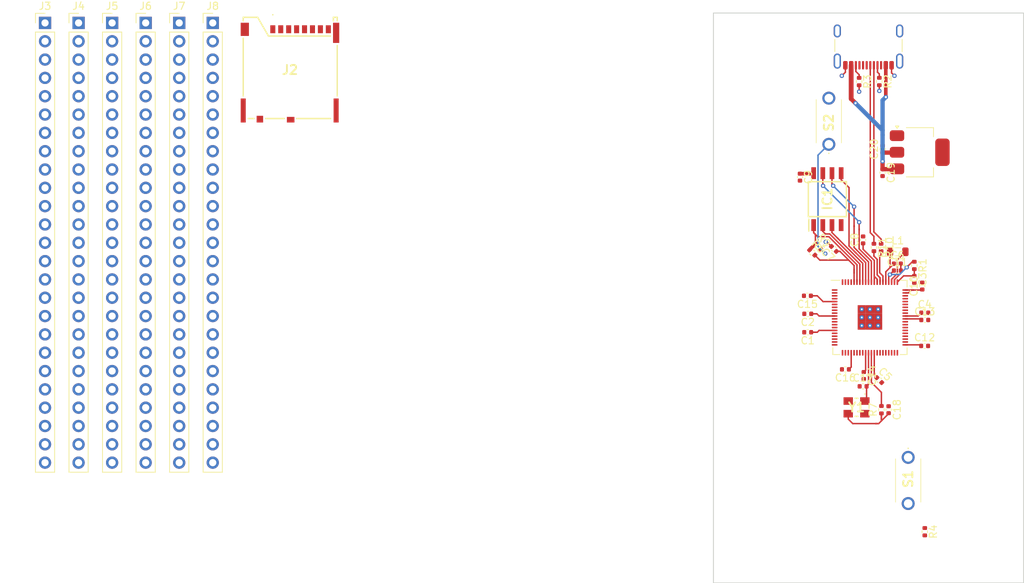
<source format=kicad_pcb>
(kicad_pcb (version 20240108) (generator "pcbnew") (generator_version "8.0")
  (layers (0 "F.Cu" signal) (31 "B.Cu" signal) (34 "B.Paste" user) (35 "F.Paste" user) (36 "B.SilkS" user "B.Silkscreen") (37 "F.SilkS" user "F.Silkscreen") (38 "B.Mask" user) (39 "F.Mask" user) (44 "Edge.Cuts" user))
  (net 0 "")
  (net 1 "VREG_PGND")
  (net 2 "IOVDD")
  (net 3 "Net-(J1-CC2)")
  (net 4 "USB_D-")
  (net 6 "USB_D+")
  (net 8 "Net-(J1-CC1)")
  (net 9 "DVDD")
  (net 10 "VREG_AVDD")
  (net 11 "QSPI_SD0")
  (net 12 "QSPI_SD2")
  (net 13 "QSPI_SCLK")
  (net 14 "QSPI_SD3")
  (net 15 "QSPI_SD1")
  (net 16 "XIN")
  (net 17 "Net-(C18-Pad2)")
  (net 18 "GPIO0")
  (net 19 "Net-(J1-D+-PadA6)")
  (net 20 "Net-(J1-D--PadA7)")
  (net 22 "SWCLK")
  (net 23 "SWD")
  (net 25 "GPIO43")
  (net 26 "GPIO47")
  (net 27 "GPIO25")
  (net 28 "GPIO44")
  (net 29 "GPIO36")
  (net 30 "GPIO22")
  (net 31 "GPIO18")
  (net 32 "GPIO16")
  (net 33 "GPIO7")
  (net 34 "GPIO37")
  (net 35 "GPIO14")
  (net 36 "GPIO41")
  (net 37 "GPIO3")
  (net 38 "GPIO21")
  (net 39 "GPIO2")
  (net 40 "GPIO29")
  (net 41 "GPIO10")
  (net 42 "GPIO15")
  (net 43 "GPIO40")
  (net 44 "GPIO9")
  (net 45 "GPIO42")
  (net 46 "GPIO46")
  (net 47 "GPIO45")
  (net 48 "GPIO5")
  (net 49 "GPIO11")
  (net 50 "GPIO34")
  (net 51 "GPIO8")
  (net 52 "GPIO13")
  (net 53 "GPIO24")
  (net 54 "GPIO31")
  (net 55 "GPIO1")
  (net 56 "GPIO32")
  (net 57 "GPIO17")
  (net 58 "GPIO28")
  (net 59 "GPIO33")
  (net 60 "GPIO19")
  (net 61 "GPIO30")
  (net 62 "GPIO35")
  (net 63 "GPIO27")
  (net 64 "GPIO6")
  (net 65 "GPIO38")
  (net 66 "GPIO23")
  (net 67 "GPIO20")
  (net 68 "GPIO12")
  (net 69 "GPIO4")
  (net 70 "GPIO26")
  (net 71 "GPIO39")
  (net 72 "VBUS")
  (net 73 "Net-(S1-NO)")
  (net 75 "RUN")
  (net 87 "VREG_LX")
  (net 88 "XOUT")
  (net 89 "Net-(S2-COM)")
  (footprint "Connector_PinHeader_2.54mm:PinHeader_1x25_P2.54mm_Vertical" (layer "F.Cu") (at 130.64 72.87)
    (property "Reference" "J5")
    (property "Value" "Conn_01x25_Pin")
  )
  (footprint "PTS636_SM43_LFS:PTS636SM43LFS" (layer "F.Cu") (at 230 89.7 90)
    (property "Reference" "S2")
    (property "Value" "PTS636_SM43_LFS" (hide yes))
  )
  (footprint "Resistor_SMD:R_0402_1005Metric" (layer "F.Cu") (at 243.305 143.405 -90)
    (property "Reference" "R4")
    (property "Value" "1K" (hide yes))
  )
  (footprint "Connector_PinHeader_2.54mm:PinHeader_1x25_P2.54mm_Vertical" (layer "F.Cu") (at 125.99 72.87)
    (property "Reference" "J4")
    (property "Value" "Conn_01x25_Pin")
  )
  (footprint "Capacitor_SMD:C_0402_1005Metric" (layer "F.Cu") (at 242.95 109.35 90)
    (property "Reference" "C10")
    (property "Value" "100n" (hide yes))
  )
  (footprint "Connector_USB:USB_C_Receptacle_GCT_USB4105-xx-A_16P_TopMnt_Horizontal" (layer "F.Cu") (at 235.4961 75.057 180)
    (property "Reference" "J1" (hide yes))
    (property "Value" "USB_C_Receptacle_USB2.0_16P" (hide yes))
  )
  (footprint "Resistor_SMD:R_0402_1005Metric" (layer "F.Cu") (at 237.25 104 -90)
    (property "Reference" "R10")
    (property "Value" "27" (hide yes))
  )
  (footprint "Resistor_SMD:R_0402_1005Metric" (layer "F.Cu") (at 241.85 106.49 -90)
    (property "Reference" "R1")
    (property "Value" "33" (hide yes))
  )
  (footprint "Capacitor_SMD:C_0402_1005Metric" (layer "F.Cu") (at 227.08 113.2 180)
    (property "Reference" "C2")
    (property "Value" "4.7u" (hide yes))
  )
  (footprint "Capacitor_SMD:C_0402_1005Metric" (layer "F.Cu") (at 234.75 123.25)
    (property "Reference" "C17")
    (property "Value" "15p" (hide yes))
  )
  (footprint "Resistor_SMD:R_0402_1005Metric" (layer "F.Cu") (at 237.289411 126.489411 90)
    (property "Reference" "R7")
    (property "Value" "1K" (hide yes))
  )
  (footprint "Connector_PinHeader_2.54mm:PinHeader_1x25_P2.54mm_Vertical" (layer "F.Cu") (at 135.29 72.87)
    (property "Reference" "J6")
    (property "Value" "Conn_01x25_Pin")
  )
  (footprint "Capacitor_SMD:C_0402_1005Metric" (layer "F.Cu") (at 226 94.25 -90)
    (property "Reference" "C9")
    (property "Value" "100n" (hide yes))
  )
  (footprint "RP2350B:RP2350-QFN-80-1EP_10x10_P0.4mm_EP3.4x3.4mm_ThermalVias" (layer "F.Cu") (at 235.7 113.7)
    (property "Reference" "U1" (hide yes))
    (property "Value" "RP2350_80QFN" (hide yes))
  )
  (footprint "Resistor_SMD:R_0402_1005Metric" (layer "F.Cu") (at 237 80.99 -90)
    (property "Reference" "R2")
    (property "Value" "5.1K" (hide yes))
  )
  (footprint "MEM2080-00-128-00-A:MEM20800012800A" (layer "F.Cu") (at 155.295 79.385)
    (property "Reference" "J2")
    (property "Value" "MEM2080-00-128-00-A" (hide yes))
  )
  (footprint "ABM8-272-T3:ABM8272T3" (layer "F.Cu") (at 233.839411 126.164411 180)
    (property "Reference" "Y1")
    (property "Value" "ABM8-272-T3" (hide yes))
  )
  (footprint "Capacitor_SMD:C_0402_1005Metric" (layer "F.Cu") (at 243.28 117.65)
    (property "Reference" "C12")
    (property "Value" "100n" (hide yes))
  )
  (footprint "Capacitor_SMD:C_0402_1005Metric" (layer "F.Cu") (at 237.45 93.62 -90)
    (property "Reference" "C19")
    (property "Value" "10u" (hide yes))
  )
  (footprint "Capacitor_SMD:C_0402_1005Metric" (layer "F.Cu") (at 241.85 108.42 -90)
    (property "Reference" "C3")
    (property "Value" "4.7u" (hide yes))
  )
  (footprint "Resistor_SMD:R_0402_1005Metric" (layer "F.Cu") (at 234.2 81 -90)
    (property "Reference" "R3")
    (property "Value" "5.1K" (hide yes))
  )
  (footprint "Resistor_SMD:R_0402_1005Metric" (layer "F.Cu") (at 227.7 104.7 -45)
    (property "Reference" "R6")
    (property "Value" "10K" (hide yes))
  )
  (footprint "Capacitor_SMD:C_0402_1005Metric" (layer "F.Cu") (at 237.45 90.37 90)
    (property "Reference" "C20")
    (property "Value" "10u" (hide yes))
  )
  (footprint "Capacitor_SMD:C_0402_1005Metric" (layer "F.Cu") (at 230.7 104.2 135)
    (property "Reference" "C7")
    (property "Value" "100n" (hide yes))
  )
  (footprint "Resistor_SMD:R_0402_1005Metric" (layer "F.Cu") (at 228.5 103.860624 -45)
    (property "Reference" "R9")
    (property "Value" "1K" (hide yes))
  )
  (footprint "Capacitor_SMD:C_0402_1005Metric" (layer "F.Cu") (at 239.5 106.25)
    (property "Reference" "C6")
    (property "Value" "100n" (hide yes))
  )
  (footprint "Package_TO_SOT_SMD:SOT-223-3_TabPin2" (layer "F.Cu") (at 242.6 90.8)
    (property "Reference" "U2" (hide yes))
    (property "Value" "NCP1117-3.3_SOT223" (hide yes))
  )
  (footprint "PTS636_SM43_LFS:PTS636SM43LFS" (layer "F.Cu") (at 241 133.1 -90)
    (property "Reference" "S1")
    (property "Value" "PTS636_SM43_LFS" (hide yes))
  )
  (footprint "Connector_PinHeader_2.54mm:PinHeader_1x25_P2.54mm_Vertical" (layer "F.Cu") (at 139.94 72.87)
    (property "Reference" "J7")
    (property "Value" "Conn_01x25_Pin")
  )
  (footprint "Capacitor_SMD:C_0402_1005Metric" (layer "F.Cu") (at 227.07 115.75 180)
    (property "Reference" "C1")
    (property "Value" "4.7u" (hide yes))
  )
  (footprint "Inductor_SMD:L_0805_2012Metric" (layer "F.Cu") (at 239.55 104.6)
    (property "Reference" "L1")
    (property "Value" "3.3u" (hide yes))
  )
  (footprint "Capacitor_SMD:C_0402_1005Metric" (layer "F.Cu") (at 239.5 107.2)
    (property "Reference" "C11")
    (property "Value" "100n" (hide yes))
  )
  (footprint "Capacitor_SMD:C_0402_1005Metric" (layer "F.Cu") (at 238.289411 126.489411 -90)
    (property "Reference" "C18")
    (property "Value" "15p" (hide yes))
  )
  (footprint "Resistor_SMD:R_0402_1005Metric" (layer "F.Cu") (at 236.25 104 -90)
    (property "Reference" "R11")
    (property "Value" "27" (hide yes))
  )
  (footprint "Capacitor_SMD:C_0402_1005Metric" (layer "F.Cu") (at 243.3 114.05)
    (property "Reference" "C13")
    (property "Value" "100n" (hide yes))
  )
  (footprint "Connector_PinHeader_2.54mm:PinHeader_1x25_P2.54mm_Vertical" (layer "F.Cu") (at 121.34 72.87)
    (property "Reference" "J3")
    (property "Value" "Conn_01x25_Pin")
  )
  (footprint "Capacitor_SMD:C_0402_1005Metric" (layer "F.Cu") (at 227.03 110.7 180)
    (property "Reference" "C15")
    (property "Value" "100n" (hide yes))
  )
  (footprint "Capacitor_SMD:C_0402_1005Metric" (layer "F.Cu") (at 236.989411 122.389411 -45)
    (property "Reference" "C5")
    (property "Value" "4.7u" (hide yes))
  )
  (footprint "Capacitor_SMD:C_0402_1005Metric" (layer "F.Cu") (at 234.85 121.75 -90)
    (property "Reference" "C14")
    (property "Value" "100n" (hide yes))
  )
  (footprint "Capacitor_SMD:C_0402_1005Metric" (layer "F.Cu") (at 234.75 102.95 90)
    (property "Reference" "C8")
    (property "Value" "100n" (hide yes))
  )
  (footprint "W25Q128JVSIM:SOIC127P790X216-8N" (layer "F.Cu") (at 229.8 97.3 90)
    (property "Reference" "IC1")
    (property "Value" "W25Q128JVSIM" (hide yes))
  )
  (footprint "Capacitor_SMD:C_0402_1005Metric" (layer "F.Cu") (at 243.3 113.05)
    (property "Reference" "C4")
    (property "Value" "100n" (hide yes))
  )
  (footprint "Capacitor_SMD:C_0402_1005Metric" (layer "F.Cu") (at 232.3 120.9 180)
    (property "Reference" "C16")
    (property "Value" "100n" (hide yes))
  )
  (footprint "Connector_PinHeader_2.54mm:PinHeader_1x25_P2.54mm_Vertical" (layer "F.Cu") (at 144.59 72.87)
    (property "Reference" "J8")
    (property "Value" "Conn_01x25_Pin")
  )
  (gr_rect (start 214 71.5) (end 257 150.5) (stroke (width 0.127)) (fill none) (layer "Edge.Cuts"))
  (segment (start 239.98 107.57135) (end 239.98 107.2) (width 0.2) (layer "F.Cu") (net 1))
  (segment (start 232.2961 79.7039) (end 231.8 80.2) (width 0.2) (layer "F.Cu") (net 1))
  (segment (start 229.726 103.226) (end 230.360589 103.860589) (width 0.2) (layer "F.Cu") (net 1))
  (segment (start 238.6961 79.7961) (end 239.1 80.2) (width 0.2) (layer "F.Cu") (net 1))
  (segment (start 239.98 107.2) (end 239.98 106.25) (width 0.2) (layer "F.Cu") (net 1))
  (segment (start 232.2961 78.737) (end 232.2961 79.7039) (width 0.2) (layer "F.Cu") (net 1))
  (segment (start 237 81.5) (end 237 82.3) (width 0.2) (layer "F.Cu") (net 1))
  (segment (start 238.6961 78.737) (end 238.6961 79.7961) (width 0.2) (layer "F.Cu") (net 1))
  (segment (start 239.1 108.45135) (end 239.98 107.57135) (width 0.2) (layer "F.Cu") (net 1))
  (segment (start 234.2 81.51) (end 234.2 82.4) (width 0.2) (layer "F.Cu") (net 1))
  (segment (start 229.569296 103.226) (end 229.726 103.226) (width 0.2) (layer "F.Cu") (net 1))
  (segment (start 239.1 108.8035) (end 239.1 108.45135) (width 0.2) (layer "F.Cu") (net 1))
  (via (at 237 82.3) (size 0.6) (drill 0.3) (layers "F.Cu" "B.Cu") (net 1))
  (via (at 229.569296 103.226) (size 0.6) (drill 0.3) (layers "F.Cu" "B.Cu") (net 1))
  (via (at 234.2 82.4) (size 0.6) (drill 0.3) (layers "F.Cu" "B.Cu") (net 1))
  (via (at 231.8 80.2) (size 0.6) (drill 0.3) (layers "F.Cu" "B.Cu") (net 1))
  (via (at 239.1 80.2) (size 0.6) (drill 0.3) (layers "F.Cu" "B.Cu") (net 1))
  (segment (start 227.825 93.77) (end 227.895 93.7) (width 0.2) (layer "F.Cu") (net 2))
  (segment (start 233.1 120.58) (end 232.78 120.9) (width 0.2) (layer "F.Cu") (net 2))
  (segment (start 240.5965 117.5) (end 242.65 117.5) (width 0.2) (layer "F.Cu") (net 2))
  (segment (start 241.75 109.9) (end 242.88 109.9) (width 0.2) (layer "F.Cu") (net 2))
  (segment (start 228.750001 105.75) (end 232.75 105.75) (width 0.2) (layer "F.Cu") (net 2))
  (segment (start 240.5965 113.9) (end 242.67 113.9) (width 0.2) (layer "F.Cu") (net 2))
  (segment (start 235.1 121.02) (end 234.85 121.27) (width 0.2) (layer "F.Cu") (net 2))
  (segment (start 241.57 105.98) (end 241.85 105.98) (width 0.2) (layer "F.Cu") (net 2))
  (segment (start 227.51 110.7) (end 228.4 110.7) (width 0.2) (layer "F.Cu") (net 2))
  (segment (start 239.4 90.85) (end 239.45 90.8) (width 0.2) (layer "F.Cu") (net 2))
  (segment (start 240.5965 110.3) (end 241.05 110.3) (width 0.2) (layer "F.Cu") (net 2))
  (segment (start 238.3 107.92) (end 238.46 107.76) (width 0.2) (layer "F.Cu") (net 2))
  (segment (start 234.75 103.43) (end 234.75 104.25) (width 0.2) (layer "F.Cu") (net 2))
  (segment (start 234.75 104.25) (end 236.3 105.8) (width 0.2) (layer "F.Cu") (net 2))
  (segment (start 233.5 106.5) (end 233.5 107.55) (width 0.2) (layer "F.Cu") (net 2))
  (segment (start 242.75 114) (end 242.8 114.05) (width 0.2) (layer "F.Cu") (net 2))
  (segment (start 236.3 108.8035) (end 236.3 107.8) (width 0.2) (layer "F.Cu") (net 2))
  (segment (start 230.8035 115.5) (end 228.65 115.5) (width 0.2) (layer "F.Cu") (net 2))
  (segment (start 235.1 118.5965) (end 235.1 121.02) (width 0.2) (layer "F.Cu") (net 2))
  (segment (start 237.45 90.85) (end 239.4 90.85) (width 0.6) (layer "F.Cu") (net 2))
  (segment (start 236.7 108.8035) (end 236.7 108.4) (width 0.2) (layer "F.Cu") (net 2))
  (segment (start 233.5 108.8035) (end 233.5 107.55) (width 0.2) (layer "F.Cu") (net 2))
  (segment (start 233.5 107.55) (end 233.5 107) (width 0.2) (layer "F.Cu") (net 2))
  (segment (start 241.05 110.3) (end 241.45 109.9) (width 0.2) (layer "F.Cu") (net 2))
  (segment (start 236.7 108.4) (end 236.3 108) (width 0.2) (layer "F.Cu") (net 2))
  (segment (start 238.3 108.8035) (end 238.3 107.92) (width 0.2) (layer "F.Cu") (net 2))
  (segment (start 242.88 109.9) (end 242.95 109.83) (width 0.2) (layer "F.Cu") (net 2))
  (segment (start 233.1 118.5965) (end 233.1 120.58) (width 0.2) (layer "F.Cu") (net 2))
  (segment (start 238.46 107.76) (end 239.02 107.2) (width 0.2) (layer "F.Cu") (net 2))
  (segment (start 241.45 109.9) (end 241.75 109.9) (width 0.2) (layer "F.Cu") (net 2))
  (segment (start 242.65 117.5) (end 242.8 117.65) (width 0.2) (layer "F.Cu") (net 2))
  (segment (start 240.8 106.75) (end 241.57 105.98) (width 0.2) (layer "F.Cu") (net 2))
  (segment (start 229.2 111.5) (end 230.8035 111.5) (width 0.2) (layer "F.Cu") (net 2))
  (segment (start 228.65 115.5) (end 228.4 115.75) (width 0.2) (layer "F.Cu") (net 2))
  (segment (start 236.3 108) (end 236.3 107.8) (width 0.2) (layer "F.Cu") (net 2))
  (segment (start 231.039411 104.539411) (end 231.539411 104.539411) (width 0.2) (layer "F.Cu") (net 2))
  (segment (start 242.67 113.9) (end 242.82 114.05) (width 0.2) (layer "F.Cu") (net 2))
  (segment (start 226 93.77) (end 227.825 93.77) (width 0.5) (layer "F.Cu") (net 2))
  (segment (start 228.060625 105.060624) (end 228.750001 105.75) (width 0.2) (layer "F.Cu") (net 2))
  (segment (start 236.3 106.6) (end 236.3 105.8) (width 0.2) (layer "F.Cu") (net 2))
  (segment (start 228.4 115.75) (end 227.55 115.75) (width 0.2) (layer "F.Cu") (net 2))
  (segment (start 240.5965 109.9) (end 241.75 109.9) (width 0.2) (layer "F.Cu") (net 2))
  (segment (start 232.75 105.75) (end 233.5 106.5) (width 0.2) (layer "F.Cu") (net 2))
  (segment (start 228.4 110.7) (end 229.2 111.5) (width 0.2) (layer "F.Cu") (net 2))
  (segment (start 231.539411 104.539411) (end 232.75 105.75) (width 0.2) (layer "F.Cu") (net 2))
  (segment (start 236.3 107.8) (end 236.3 106.6) (width 0.2) (layer "F.Cu") (net 2))
  (via (at 238.46 107.76) (size 0.6) (drill 0.3) (layers "F.Cu" "B.Cu") (net 2))
  (via (at 240.8 106.75) (size 0.6) (drill 0.3) (layers "F.Cu" "B.Cu") (net 2))
  (segment (start 238.47 107.75) (end 239.8 107.75) (width 0.2) (layer "B.Cu") (net 2))
  (segment (start 239.8 107.75) (end 240.8 106.75) (width 0.2) (layer "B.Cu") (net 2))
  (segment (start 238.46 107.76) (end 238.47 107.75) (width 0.2) (layer "B.Cu") (net 2))
  (segment (start 233.75 78.7409) (end 233.7461 78.737) (width 0.2) (layer "F.Cu") (net 3))
  (segment (start 233.75 79.6) (end 233.75 78.7409) (width 0.2) (layer "F.Cu") (net 3))
  (segment (start 233.75 79.6) (end 234.2 80.05) (width 0.2) (layer "F.Cu") (net 3))
  (segment (start 234.2 80.05) (end 234.2 80.49) (width 0.2) (layer "F.Cu") (net 3))
  (segment (start 237.5 107.95) (end 237.5 108.8035) (width 0.2) (layer "F.Cu") (net 4))
  (segment (start 237.25 105) (end 237.05 105.2) (width 0.2) (layer "F.Cu") (net 4))
  (segment (start 237.05 107.5) (end 237.5 107.95) (width 0.2) (layer "F.Cu") (net 4))
  (segment (start 237.05 105.2) (end 237.05 107.5) (width 0.2) (layer "F.Cu") (net 4))
  (segment (start 237.25 104.51) (end 237.25 105) (width 0.2) (layer "F.Cu") (net 4))
  (segment (start 236.25 105.2) (end 236.7 105.65) (width 0.2) (layer "F.Cu") (net 6))
  (segment (start 236.7 107.8) (end 236.7 105.65) (width 0.2) (layer "F.Cu") (net 6))
  (segment (start 237.1 108.2) (end 236.7 107.8) (width 0.2) (layer "F.Cu") (net 6))
  (segment (start 237.1 108.2) (end 237.1 108.8035) (width 0.2) (layer "F.Cu") (net 6))
  (segment (start 236.25 104.51) (end 236.25 105.2) (width 0.2) (layer "F.Cu") (net 6))
  (segment (start 236.7461 79.7) (end 236.75 79.7) (width 0.2) (layer "F.Cu") (net 8))
  (segment (start 236.75 79.7) (end 237 79.95) (width 0.2) (layer "F.Cu") (net 8))
  (segment (start 237 79.95) (end 237 80.48) (width 0.2) (layer "F.Cu") (net 8))
  (segment (start 236.7461 78.737) (end 236.7461 79.7) (width 0.2) (layer "F.Cu") (net 8))
  (segment (start 227.56 113.2) (end 228.35 113.2) (width 0.2) (layer "F.Cu") (net 9))
  (segment (start 236.3 121.7) (end 236.65 122.05) (width 0.2) (layer "F.Cu") (net 9))
  (segment (start 228.35 113.2) (end 228.65 113.5) (width 0.2) (layer "F.Cu") (net 9))
  (segment (start 238.4875 106.7825) (end 238.4875 104.6) (width 0.2) (layer "F.Cu") (net 9))
  (segment (start 236.3 118.5965) (end 236.3 121.7) (width 0.2) (layer "F.Cu") (net 9))
  (segment (start 237.9 107.37) (end 239.02 106.25) (width 0.2) (layer "F.Cu") (net 9))
  (segment (start 230.8035 113.5) (end 228.65 113.5) (width 0.2) (layer "F.Cu") (net 9))
  (segment (start 237.9 108.8035) (end 237.9 107.37) (width 0.2) (layer "F.Cu") (net 9))
  (segment (start 242.37 113.5) (end 242.82 113.05) (width 0.2) (layer "F.Cu") (net 9))
  (segment (start 240.5965 113.5) (end 242.37 113.5) (width 0.2) (layer "F.Cu") (net 9))
  (segment (start 239.5 108.8035) (end 240.3635 107.94) (width 0.2) (layer "F.Cu") (net 10))
  (segment (start 240.3635 107.94) (end 241.85 107.94) (width 0.2) (layer "F.Cu") (net 10))
  (segment (start 241.85 107) (end 241.85 107.94) (width 0.2) (layer "F.Cu") (net 10))
  (segment (start 231.705 94.605) (end 232.8 95.7) (width 0.2) (layer "F.Cu") (net 11))
  (segment (start 233.775 104.775) (end 233.5 104.5) (width 0.2) (layer "F.Cu") (net 11))
  (segment (start 232.8 95.7) (end 232.8 103.8) (width 0.2) (layer "F.Cu") (net 11))
  (segment (start 235.1 106.1) (end 233.775 104.775) (width 0.2) (layer "F.Cu") (net 11))
  (segment (start 231.705 93.7) (end 231.705 94.605) (width 0.2) (layer "F.Cu") (net 11))
  (segment (start 232.8 103.8) (end 233.775 104.775) (width 0.2) (layer "F.Cu") (net 11))
  (segment (start 235.1 108.8035) (end 235.1 106.1) (width 0.2) (layer "F.Cu") (net 11))
  (segment (start 231.325 102.825) (end 234.7 106.2) (width 0.2) (layer "F.Cu") (net 12))
  (segment (start 230.435 100.9) (end 230.435 101.935) (width 0.2) (layer "F.Cu") (net 12))
  (segment (start 234.7 106.2) (end 234.7 108.8035) (width 0.2) (layer "F.Cu") (net 12))
  (segment (start 231.135 102.635) (end 231.325 102.825) (width 0.2) (layer "F.Cu") (net 12))
  (segment (start 230.435 101.935) (end 231.325 102.825) (width 0.2) (layer "F.Cu") (net 12))
  (segment (start 234.5 105) (end 233.5 104) (width 0.2) (layer "F.Cu") (net 13))
  (segment (start 234.5 105) (end 234.3 104.8) (width 0.2) (layer "F.Cu") (net 13))
  (segment (start 230.435 93.7) (end 230.435 95.285) (width 0.2) (layer "F.Cu") (net 13))
  (segment (start 235.5 108.8035) (end 235.5 106) (width 0.2) (layer "F.Cu") (net 13))
  (segment (start 233.5 103.3) (end 233.5 101.1) (width 0.2) (layer "F.Cu") (net 13))
  (segment (start 235.5 106) (end 234.5 105) (width 0.2) (layer "F.Cu") (net 13))
  (segment (start 233.5 104) (end 233.5 103.3) (width 0.2) (layer "F.Cu") (net 13))
  (segment (start 233.5 101.1) (end 233.5 98.35) (width 0.2) (layer "F.Cu") (net 13))
  (segment (start 233.5 101.1) (end 233.5 100.95) (width 0.2) (layer "F.Cu") (net 13))
  (segment (start 230.435 95.285) (end 230.6 95.45) (width 0.2) (layer "F.Cu") (net 13))
  (via (at 230.6 95.45) (size 0.6) (drill 0.3) (layers "F.Cu" "B.Cu") (net 13))
  (via (at 233.5 98.35) (size 0.6) (drill 0.3) (layers "F.Cu" "B.Cu") (net 13))
  (segment (start 230.6 95.45) (end 233.5 98.35) (width 0.2) (layer "B.Cu") (net 13))
  (segment (start 235.2 105.2) (end 234.2 104.2) (width 0.2) (layer "F.Cu") (net 14))
  (segment (start 235.9 105.9) (end 235.35 105.35) (width 0.2) (layer "F.Cu") (net 14))
  (segment (start 235.2 105.2) (end 235.35 105.35) (width 0.2) (layer "F.Cu") (net 14))
  (segment (start 235.068219 105.068219) (end 235.2 105.2) (width 0.2) (layer "F.Cu") (net 14))
  (segment (start 229.165 95.415) (end 229.2 95.45) (width 0.2) (layer "F.Cu") (net 14))
  (segment (start 229.165 93.7) (end 229.165 95.415) (width 0.2) (layer "F.Cu") (net 14))
  (segment (start 234.2 101.55) (end 234.2 100.5) (width 0.2) (layer "F.Cu") (net 14))
  (segment (start 234.2 101.55) (end 234.2 101.4) (width 0.2) (layer "F.Cu") (net 14))
  (segment (start 235.9 108.8035) (end 235.9 105.9) (width 0.2) (layer "F.Cu") (net 14))
  (segment (start 234.2 104.2) (end 234.2 101.55) (width 0.2) (layer "F.Cu") (net 14))
  (via (at 229.2 95.45) (size 0.6) (drill 0.3) (layers "F.Cu" "B.Cu") (net 14))
  (via (at 234.2 100.5) (size 0.6) (drill 0.3) (layers "F.Cu" "B.Cu") (net 14))
  (segment (start 229.2 95.45) (end 234.2 100.45) (width 0.2) (layer "B.Cu") (net 14))
  (segment (start 234.2 100.45) (end 234.2 100.5) (width 0.2) (layer "B.Cu") (net 14))
  (segment (start 229.165 101.765) (end 229.525 102.125) (width 0.2) (layer "F.Cu") (net 15))
  (segment (start 229.525 102.125) (end 230.125 102.125) (width 0.2) (layer "F.Cu") (net 15))
  (segment (start 229.165 100.9) (end 229.165 101.765) (width 0.2) (layer "F.Cu") (net 15))
  (segment (start 234.3 106.3) (end 234.3 108.8035) (width 0.2) (layer "F.Cu") (net 15))
  (segment (start 230.125 102.125) (end 234.3 106.3) (width 0.2) (layer "F.Cu") (net 15))
  (segment (start 235.5 122.98) (end 235.23 123.25) (width 0.2) (layer "F.Cu") (net 16))
  (segment (start 235.23 125.048822) (end 234.989411 125.289411) (width 0.2) (layer "F.Cu") (net 16))
  (segment (start 234.88 125.18) (end 234.989411 125.289411) (width 0.2) (layer "F.Cu") (net 16))
  (segment (start 235.23 123.25) (end 235.23 125.048822) (width 0.2) (layer "F.Cu") (net 16))
  (segment (start 235.5 118.5965) (end 235.5 122.98) (width 0.2) (layer "F.Cu") (net 16))
  (segment (start 238.289411 127.039411) (end 237.289411 128.039411) (width 0.2) (layer "F.Cu") (net 17))
  (segment (start 232.689411 127.039411) (end 232.689411 127.789411) (width 0.2) (layer "F.Cu") (net 17))
  (segment (start 232.689411 127.789411) (end 233.314411 128.414411) (width 0.2) (layer "F.Cu") (net 17))
  (segment (start 236.489411 128.414411) (end 236.714411 128.414411) (width 0.2) (layer "F.Cu") (net 17))
  (segment (start 237.289411 128.039411) (end 236.914411 128.414411) (width 0.2) (layer "F.Cu") (net 17))
  (segment (start 236.914411 128.414411) (end 236.489411 128.414411) (width 0.2) (layer "F.Cu") (net 17))
  (segment (start 233.314411 128.414411) (end 236.489411 128.414411) (width 0.2) (layer "F.Cu") (net 17))
  (segment (start 238.289411 126.969411) (end 238.289411 127.039411) (width 0.2) (layer "F.Cu") (net 17))
  (segment (start 237.289411 126.999411) (end 237.289411 128.039411) (width 0.2) (layer "F.Cu") (net 17))
  (segment (start 237.289411 127.839411) (end 237.289411 127.049411) (width 0.2) (layer "F.Cu") (net 17))
  (segment (start 233.9 106.4) (end 233.9 108.8035) (width 0.2) (layer "F.Cu") (net 18))
  (segment (start 228.139376 103.5) (end 228.139376 102.189376) (width 0.2) (layer "F.Cu") (net 18))
  (segment (start 227.895 101.945) (end 227.975 102.025) (width 0.2) (layer "F.Cu") (net 18))
  (segment (start 227.895 100.9) (end 227.895 101.895) (width 0.2) (layer "F.Cu") (net 18))
  (segment (start 230 102.5) (end 233.9 106.4) (width 0.2) (layer "F.Cu") (net 18))
  (segment (start 228.45 102.5) (end 230 102.5) (width 0.2) (layer "F.Cu") (net 18))
  (segment (start 227.975 102.025) (end 228.45 102.5) (width 0.2) (layer "F.Cu") (net 18))
  (segment (start 227.339375 104.300001) (end 228.139376 103.5) (width 0.5) (layer "F.Cu") (net 18))
  (segment (start 228.139376 102.189376) (end 227.975 102.025) (width 0.2) (layer "F.Cu") (net 18))
  (segment (start 227.895 101.895) (end 227.895 101.945) (width 0.2) (layer "F.Cu") (net 18))
  (segment (start 227.339375 104.339376) (end 227.339375 104.300001) (width 0.2) (layer "F.Cu") (net 18))
  (segment (start 236.25 103.49) (end 236.25 102.4539) (width 0.2) (layer "F.Cu") (net 19))
  (segment (start 235.7461 101.95) (end 235.7461 78.737) (width 0.2) (layer "F.Cu") (net 19))
  (segment (start 236.25 102.4539) (end 235.7461 101.95) (width 0.2) (layer "F.Cu") (net 19))
  (segment (start 236.2461 101.8461) (end 237.25 102.85) (width 0.2) (layer "F.Cu") (net 20))
  (segment (start 237.25 102.85) (end 237.25 103.49) (width 0.2) (layer "F.Cu") (net 20))
  (segment (start 236.2461 78.737) (end 236.2461 101.8461) (width 0.2) (layer "F.Cu") (net 20))
  (segment (start 237.45 93.14) (end 237.45 92.05) (width 0.6) (layer "F.Cu") (net 72))
  (segment (start 237.9 83.15) (end 237.8961 83.1461) (width 0.2) (layer "F.Cu") (net 72))
  (segment (start 239.41 93.14) (end 239.45 93.1) (width 0.2) (layer "F.Cu") (net 72))
  (segment (start 237.45 93.14) (end 239.41 93.14) (width 0.6) (layer "F.Cu") (net 72))
  (segment (start 233.0961 83.3961) (end 233.7 84) (width 0.6) (layer "F.Cu") (net 72))
  (segment (start 237.8961 83.1461) (end 237.8961 78.737) (width 0.5) (layer "F.Cu") (net 72))
  (segment (start 233.0961 78.737) (end 233.0961 83.3961) (width 0.67) (layer "F.Cu") (net 72))
  (via (at 237.9 83.15) (size 0.6) (drill 0.3) (layers "F.Cu" "B.Cu") (net 72))
  (via (at 237.45 92.05) (size 0.6) (drill 0.3) (layers "F.Cu" "B.Cu") (net 72))
  (via (at 233.7 84) (size 0.6) (drill 0.3) (layers "F.Cu" "B.Cu") (net 72))
  (segment (start 237.45 88.4) (end 237.45 83.6) (width 0.6) (layer "B.Cu") (net 72))
  (segment (start 233.7 84) (end 237.45 87.75) (width 0.6) (layer "B.Cu") (net 72))
  (segment (start 237.45 92.05) (end 237.45 88.4) (width 0.6) (layer "B.Cu") (net 72))
  (segment (start 237.45 87.75) (end 237.45 88.4) (width 0.2) (layer "B.Cu") (net 72))
  (segment (start 237.45 83.6) (end 237.9 83.15) (width 0.6) (layer "B.Cu") (net 72))
  (segment (start 239.45 107.65) (end 239.5 107.6) (width 0.2) (layer "F.Cu") (net 87))
  (segment (start 239.45 107.663501) (end 239.45 107.65) (width 0.2) (layer "F.Cu") (net 87))
  (segment (start 239.5 105.7125) (end 240.6125 104.6) (width 0.2) (layer "F.Cu") (net 87))
  (segment (start 239.5 107.6) (end 239.5 105.7125) (width 0.2) (layer "F.Cu") (net 87))
  (segment (start 238.7 108.8035) (end 238.7 108.413501) (width 0.2) (layer "F.Cu") (net 87))
  (segment (start 238.7 108.413501) (end 239.45 107.663501) (width 0.2) (layer "F.Cu") (net 87))
  (segment (start 235.9 118.5965) (end 235.9 122.7) (width 0.2) (layer "F.Cu") (net 88))
  (segment (start 236.175 122.975) (end 237.289411 124.089411) (width 0.2) (layer "F.Cu") (net 88))
  (segment (start 235.9 122.7) (end 236.175 122.975) (width 0.2) (layer "F.Cu") (net 88))
  (segment (start 237.289411 124.089411) (end 237.289411 126.029411) (width 0.2) (layer "F.Cu") (net 88))
  (segment (start 228.860624 104.221248) (end 229.5 104.860624) (width 0.2) (layer "F.Cu") (net 89))
  (via (at 229.5 104.860624) (size 0.6) (drill 0.3) (layers "F.Cu" "B.Cu") (net 89))
  (segment (start 228.5 91.2) (end 230 89.7) (width 0.2) (layer "B.Cu") (net 89))
  (segment (start 228.5 103.860624) (end 228.5 91.2) (width 0.2) (layer "B.Cu") (net 89))
  (segment (start 229.5 104.860624) (end 228.5 103.860624) (width 0.2) (layer "B.Cu") (net 89))
)
</source>
